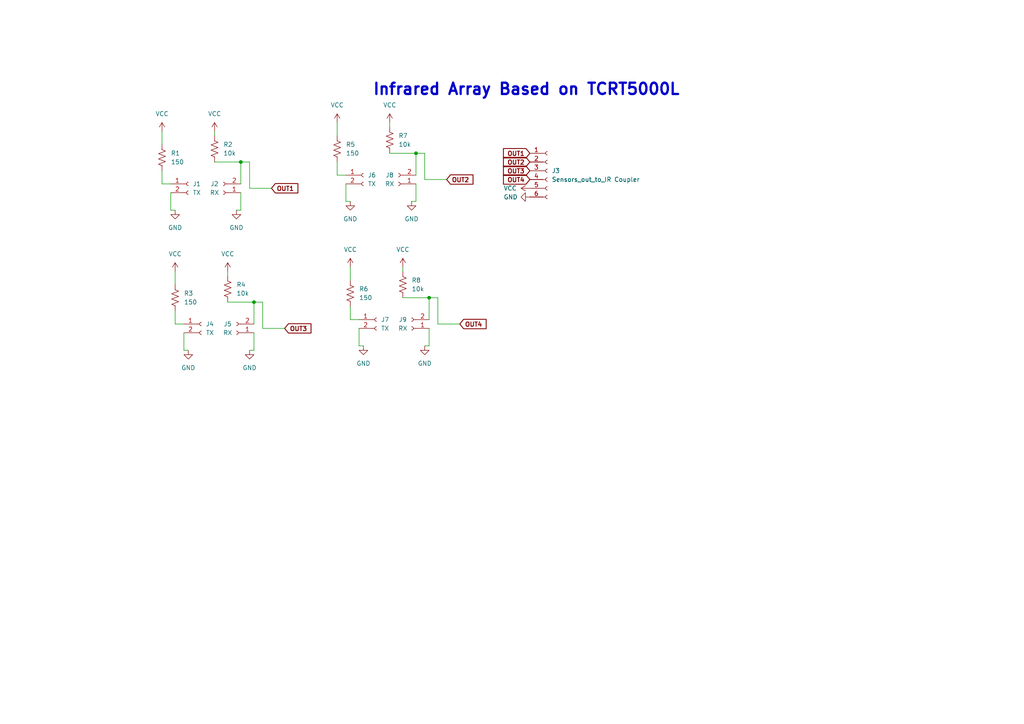
<source format=kicad_sch>
(kicad_sch (version 20211123) (generator eeschema)
  (paper "A4")
  (lib_symbols
    (symbol "Connector:Conn_01x02_Female" (pin_names (offset 1.016) hide)
      (property "Reference" "J" (at 0 2.54 0))
      (property "Value" "Conn_01x02_Female" (at 0 -5.08 0))
      (symbol "Conn_01x02_Female_1_1"
        (arc (start 0 -2.032) (mid -0.508 -2.54) (end 0 -3.048) (stroke (width 0.1524)))
        (polyline (pts (xy -1.27 -2.54) (xy -0.508 -2.54)) (stroke (width 0.1524)))
        (polyline (pts (xy -1.27 0) (xy -0.508 0)) (stroke (width 0.1524)))
        (arc (start 0 0.508) (mid -0.508 0) (end 0 -0.508) (stroke (width 0.1524)))
        (pin passive line (at -5.08 0 0) (length 3.81) (name "Pin_1") (number "1"))
        (pin passive line (at -5.08 -2.54 0) (length 3.81) (name "Pin_2") (number "2"))
      )
    )
    (symbol "Connector:Conn_01x06_Female" (pin_names (offset 1.016) hide)
      (property "Reference" "J" (at 0 7.62 0))
      (property "Value" "Conn_01x06_Female" (at 0 -10.16 0))
      (symbol "Conn_01x06_Female_1_1"
        (arc (start 0 -7.112) (mid -0.508 -7.62) (end 0 -8.128) (stroke (width 0.1524)))
        (arc (start 0 -4.572) (mid -0.508 -5.08) (end 0 -5.588) (stroke (width 0.1524)))
        (arc (start 0 -2.032) (mid -0.508 -2.54) (end 0 -3.048) (stroke (width 0.1524)))
        (polyline (pts (xy -1.27 -7.62) (xy -0.508 -7.62)) (stroke (width 0.1524)))
        (polyline (pts (xy -1.27 -5.08) (xy -0.508 -5.08)) (stroke (width 0.1524)))
        (polyline (pts (xy -1.27 -2.54) (xy -0.508 -2.54)) (stroke (width 0.1524)))
        (polyline (pts (xy -1.27 0) (xy -0.508 0)) (stroke (width 0.1524)))
        (polyline (pts (xy -1.27 2.54) (xy -0.508 2.54)) (stroke (width 0.1524)))
        (polyline (pts (xy -1.27 5.08) (xy -0.508 5.08)) (stroke (width 0.1524)))
        (arc (start 0 0.508) (mid -0.508 0) (end 0 -0.508) (stroke (width 0.1524)))
        (arc (start 0 3.048) (mid -0.508 2.54) (end 0 2.032) (stroke (width 0.1524)))
        (arc (start 0 5.588) (mid -0.508 5.08) (end 0 4.572) (stroke (width 0.1524)))
        (pin passive line (at -5.08 5.08 0) (length 3.81) (name "Pin_1") (number "1"))
        (pin passive line (at -5.08 2.54 0) (length 3.81) (name "Pin_2") (number "2"))
        (pin passive line (at -5.08 0 0) (length 3.81) (name "Pin_3") (number "3"))
        (pin passive line (at -5.08 -2.54 0) (length 3.81) (name "Pin_4") (number "4"))
        (pin passive line (at -5.08 -5.08 0) (length 3.81) (name "Pin_5") (number "5"))
        (pin passive line (at -5.08 -7.62 0) (length 3.81) (name "Pin_6") (number "6"))
      )
    )
    (symbol "Device:R_US" (pin_numbers hide) (pin_names (offset 0))
      (property "Reference" "R" (at 2.54 0 90))
      (property "Value" "R_US" (at -2.54 0 90))
      (symbol "R_US_0_1"
        (polyline (pts (xy 0 -2.286) (xy 0 -2.54)))
        (polyline (pts (xy 0 2.286) (xy 0 2.54)))
        (polyline (pts (xy 0 -0.762) (xy 1.016 -1.143) (xy 0 -1.524) (xy -1.016 -1.905) (xy 0 -2.286)))
        (polyline (pts (xy 0 0.762) (xy 1.016 0.381) (xy 0 0) (xy -1.016 -0.381) (xy 0 -0.762)))
        (polyline (pts (xy 0 2.286) (xy 1.016 1.905) (xy 0 1.524) (xy -1.016 1.143) (xy 0 0.762)))
      )
      (symbol "R_US_1_1"
        (pin passive line (at 0 3.81 270) (length 1.27) (name "~") (number "1"))
        (pin passive line (at 0 -3.81 90) (length 1.27) (name "~") (number "2"))
      )
    )
    (symbol "power:GND" (power) (pin_names (offset 0))
      (property "Value" "GND" (at 0 -3.81 0))
      (symbol "GND_0_1"
        (polyline (pts (xy 0 0) (xy 0 -1.27) (xy 1.27 -1.27) (xy 0 -2.54) (xy -1.27 -1.27) (xy 0 -1.27)))
      )
      (symbol "GND_1_1"
        (pin power_in line (at 0 0 270) (length 0) hide (name "GND") (number "1"))
      )
    )
    (symbol "power:VCC" (power) (pin_names (offset 0))
      (property "Value" "VCC" (at 0 3.81 0))
      (symbol "VCC_0_1"
        (polyline (pts (xy -0.762 1.27) (xy 0 2.54)))
        (polyline (pts (xy 0 0) (xy 0 2.54)))
        (polyline (pts (xy 0 2.54) (xy 0.762 1.27)))
      )
      (symbol "VCC_1_1"
        (pin power_in line (at 0 0 90) (length 0) hide (name "VCC") (number "1"))
      )
    )
  )
  (junction (at 120.65 44.45))
  (junction (at 124.46 86.36))
  (junction (at 73.66 87.63))
  (junction (at 69.85 46.99))
  (wire (pts (xy 50.8 90.17) (xy 50.8 93.98)))
  (wire (pts (xy 129.54 52.07) (xy 123.19 52.07)))
  (wire (pts (xy 127 93.98) (xy 127 86.36)))
  (wire (pts (xy 123.19 44.45) (xy 120.65 44.45)))
  (wire (pts (xy 69.85 55.88) (xy 69.85 60.96)))
  (wire (pts (xy 72.39 54.61) (xy 72.39 46.99)))
  (wire (pts (xy 49.53 55.88) (xy 49.53 60.96)))
  (wire (pts (xy 46.99 53.34) (xy 49.53 53.34)))
  (wire (pts (xy 72.39 46.99) (xy 69.85 46.99)))
  (wire (pts (xy 97.79 50.8) (xy 100.33 50.8)))
  (wire (pts (xy 116.84 77.47) (xy 116.84 78.74)))
  (wire (pts (xy 73.66 101.6) (xy 72.39 101.6)))
  (wire (pts (xy 62.23 46.99) (xy 69.85 46.99)))
  (wire (pts (xy 69.85 46.99) (xy 69.85 53.34)))
  (wire (pts (xy 104.14 100.33) (xy 105.41 100.33)))
  (wire (pts (xy 69.85 60.96) (xy 68.58 60.96)))
  (wire (pts (xy 46.99 38.1) (xy 46.99 41.91)))
  (wire (pts (xy 124.46 95.25) (xy 124.46 100.33)))
  (wire (pts (xy 53.34 96.52) (xy 53.34 101.6)))
  (wire (pts (xy 113.03 44.45) (xy 120.65 44.45)))
  (wire (pts (xy 120.65 58.42) (xy 119.38 58.42)))
  (wire (pts (xy 123.19 52.07) (xy 123.19 44.45)))
  (wire (pts (xy 124.46 86.36) (xy 124.46 92.71)))
  (wire (pts (xy 101.6 92.71) (xy 104.14 92.71)))
  (wire (pts (xy 120.65 44.45) (xy 120.65 50.8)))
  (wire (pts (xy 46.99 49.53) (xy 46.99 53.34)))
  (wire (pts (xy 73.66 87.63) (xy 73.66 93.98)))
  (wire (pts (xy 101.6 88.9) (xy 101.6 92.71)))
  (wire (pts (xy 100.33 53.34) (xy 100.33 58.42)))
  (wire (pts (xy 116.84 86.36) (xy 124.46 86.36)))
  (wire (pts (xy 50.8 78.74) (xy 50.8 82.55)))
  (wire (pts (xy 113.03 35.56) (xy 113.03 36.83)))
  (wire (pts (xy 49.53 60.96) (xy 50.8 60.96)))
  (wire (pts (xy 97.79 35.56) (xy 97.79 39.37)))
  (wire (pts (xy 66.04 87.63) (xy 73.66 87.63)))
  (wire (pts (xy 100.33 58.42) (xy 101.6 58.42)))
  (wire (pts (xy 62.23 38.1) (xy 62.23 39.37)))
  (wire (pts (xy 101.6 77.47) (xy 101.6 81.28)))
  (wire (pts (xy 97.79 46.99) (xy 97.79 50.8)))
  (wire (pts (xy 120.65 53.34) (xy 120.65 58.42)))
  (wire (pts (xy 78.74 54.61) (xy 72.39 54.61)))
  (wire (pts (xy 124.46 100.33) (xy 123.19 100.33)))
  (wire (pts (xy 127 86.36) (xy 124.46 86.36)))
  (wire (pts (xy 133.35 93.98) (xy 127 93.98)))
  (wire (pts (xy 82.55 95.25) (xy 76.2 95.25)))
  (wire (pts (xy 76.2 95.25) (xy 76.2 87.63)))
  (wire (pts (xy 66.04 78.74) (xy 66.04 80.01)))
  (wire (pts (xy 73.66 96.52) (xy 73.66 101.6)))
  (wire (pts (xy 50.8 93.98) (xy 53.34 93.98)))
  (wire (pts (xy 76.2 87.63) (xy 73.66 87.63)))
  (wire (pts (xy 53.34 101.6) (xy 54.61 101.6)))
  (wire (pts (xy 104.14 95.25) (xy 104.14 100.33)))
  (text "Infrared Array Based on TCRT5000L" (at 107.95 27.94 0) (effects (font (size 3.27 3.27) (thickness 0.654) bold) (justify left bottom)))
  (global_label "OUT2" (shape input) (at 153.67 46.99 180) (effects (font bold)) (property "Intersheet References" "${INTERSHEET_REFS}" (effects hide)))
  (global_label "OUT4" (shape input) (at 133.35 93.98 0) (effects (font bold)) (property "Intersheet References" "${INTERSHEET_REFS}" (effects hide)))
  (global_label "OUT3" (shape input) (at 82.55 95.25 0) (effects (font bold)) (property "Intersheet References" "${INTERSHEET_REFS}" (effects hide)))
  (global_label "OUT2" (shape input) (at 129.54 52.07 0) (effects (font bold)) (property "Intersheet References" "${INTERSHEET_REFS}" (effects hide)))
  (global_label "OUT1" (shape input) (at 78.74 54.61 0) (effects (font bold)) (property "Intersheet References" "${INTERSHEET_REFS}" (effects hide)))
  (global_label "OUT4" (shape input) (at 153.67 52.07 180) (effects (font bold)) (property "Intersheet References" "${INTERSHEET_REFS}" (effects hide)))
  (global_label "OUT1" (shape input) (at 153.67 44.45 180) (effects (font bold)) (property "Intersheet References" "${INTERSHEET_REFS}" (effects hide)))
  (global_label "OUT3" (shape input) (at 153.67 49.53 180) (effects (font bold)) (property "Intersheet References" "${INTERSHEET_REFS}" (effects hide)))
  (symbol (lib_id "power:GND") (at 123.19 100.33 0) (unit 1)
    (property "Reference" "#PWR0107" (effects hide))
    (property "Value" "GND" (at 123.19 105.41 0))
  )
  (symbol (lib_id "power:VCC") (at 66.04 78.74 0) (unit 1)
    (property "Reference" "#PWR0102" (effects hide))
    (property "Value" "VCC" (at 66.04 73.66 0))
  )
  (symbol (lib_id "power:GND") (at 72.39 101.6 0) (unit 1)
    (property "Reference" "#PWR0104" (effects hide))
    (property "Value" "GND" (at 72.39 106.68 0))
  )
  (symbol (lib_id "Connector:Conn_01x02_Female") (at 119.38 95.25 180) (unit 1)
    (property "Reference" "J9" (at 116.84 92.71 0))
    (property "Value" "RX" (at 116.84 95.25 0))
    (property "Footprint" "Connector_PinHeader_2.54mm:PinHeader_1x02_P2.54mm_Vertical" (effects hide))
  )
  (symbol (lib_id "Connector:Conn_01x06_Female") (at 158.75 49.53 0) (unit 1)
    (property "Reference" "J3" (at 160.02 49.5299 0) (effects (justify left)))
    (property "Value" "Sensors_out_to_IR Coupler" (at 160.02 52.0699 0) (effects (justify left)))
    (property "Footprint" "Connector_PinHeader_2.54mm:PinHeader_1x06_P2.54mm_Vertical" (effects hide))
  )
  (symbol (lib_id "power:VCC") (at 50.8 78.74 0) (unit 1)
    (property "Reference" "#PWR0101" (effects hide))
    (property "Value" "VCC" (at 50.8 73.66 0))
  )
  (symbol (lib_id "power:VCC") (at 101.6 77.47 0) (unit 1)
    (property "Reference" "#PWR0108" (effects hide))
    (property "Value" "VCC" (at 101.6 72.39 0))
  )
  (symbol (lib_id "Device:R_US") (at 101.6 85.09 0) (unit 1)
    (property "Reference" "R6" (at 104.14 83.8199 0) (effects (justify left)))
    (property "Value" "150" (at 104.14 86.3599 0) (effects (justify left)))
    (property "Footprint" "Resistor_THT:R_Axial_DIN0207_L6.3mm_D2.5mm_P10.16mm_Horizontal" (effects hide))
  )
  (symbol (lib_id "power:GND") (at 50.8 60.96 0) (unit 1)
    (property "Reference" "#PWR02" (effects hide))
    (property "Value" "GND" (at 50.8 66.04 0))
  )
  (symbol (lib_id "Device:R_US") (at 116.84 82.55 0) (unit 1)
    (property "Reference" "R8" (at 119.38 81.2799 0) (effects (justify left)))
    (property "Value" "10k" (at 119.38 83.8199 0) (effects (justify left)))
    (property "Footprint" "Resistor_THT:R_Axial_DIN0207_L6.3mm_D2.5mm_P10.16mm_Horizontal" (effects hide))
  )
  (symbol (lib_id "Connector:Conn_01x02_Female") (at 58.42 93.98 0) (unit 1)
    (property "Reference" "J4" (at 59.69 93.9799 0) (effects (justify left)))
    (property "Value" "TX" (at 59.69 96.5199 0) (effects (justify left)))
    (property "Footprint" "Connector_PinHeader_2.54mm:PinHeader_1x02_P2.54mm_Vertical" (effects hide))
  )
  (symbol (lib_id "Connector:Conn_01x02_Female") (at 115.57 53.34 180) (unit 1)
    (property "Reference" "J8" (at 113.03 50.8 0))
    (property "Value" "RX" (at 113.03 53.34 0))
    (property "Footprint" "Connector_PinHeader_2.54mm:PinHeader_1x02_P2.54mm_Vertical" (effects hide))
  )
  (symbol (lib_id "power:VCC") (at 113.03 35.56 0) (unit 1)
    (property "Reference" "#PWR0111" (effects hide))
    (property "Value" "VCC" (at 113.03 30.48 0))
  )
  (symbol (lib_id "Device:R_US") (at 62.23 43.18 0) (unit 1)
    (property "Reference" "R2" (at 64.77 41.9099 0) (effects (justify left)))
    (property "Value" "10k" (at 64.77 44.4499 0) (effects (justify left)))
    (property "Footprint" "Resistor_THT:R_Axial_DIN0207_L6.3mm_D2.5mm_P10.16mm_Horizontal" (effects hide))
  )
  (symbol (lib_id "Connector:Conn_01x02_Female") (at 105.41 50.8 0) (unit 1)
    (property "Reference" "J6" (at 106.68 50.7999 0) (effects (justify left)))
    (property "Value" "TX" (at 106.68 53.3399 0) (effects (justify left)))
    (property "Footprint" "Connector_PinHeader_2.54mm:PinHeader_1x02_P2.54mm_Vertical" (effects hide))
  )
  (symbol (lib_id "Device:R_US") (at 97.79 43.18 0) (unit 1)
    (property "Reference" "R5" (at 100.33 41.9099 0) (effects (justify left)))
    (property "Value" "150" (at 100.33 44.4499 0) (effects (justify left)))
    (property "Footprint" "Resistor_THT:R_Axial_DIN0207_L6.3mm_D2.5mm_P10.16mm_Horizontal" (effects hide))
  )
  (symbol (lib_id "power:VCC") (at 97.79 35.56 0) (unit 1)
    (property "Reference" "#PWR0109" (effects hide))
    (property "Value" "VCC" (at 97.79 30.48 0))
  )
  (symbol (lib_id "Connector:Conn_01x02_Female") (at 54.61 53.34 0) (unit 1)
    (property "Reference" "J1" (at 55.88 53.3399 0) (effects (justify left)))
    (property "Value" "TX" (at 55.88 55.8799 0) (effects (justify left)))
    (property "Footprint" "Connector_PinHeader_2.54mm:PinHeader_1x02_P2.54mm_Vertical" (effects hide))
  )
  (symbol (lib_id "power:VCC") (at 153.67 54.61 90) (unit 1)
    (property "Reference" "#PWR05" (effects hide))
    (property "Value" "VCC" (at 146.05 54.61 90) (effects (justify right)))
  )
  (symbol (lib_id "power:GND") (at 119.38 58.42 0) (unit 1)
    (property "Reference" "#PWR0110" (effects hide))
    (property "Value" "GND" (at 119.38 63.5 0))
  )
  (symbol (lib_id "Device:R_US") (at 50.8 86.36 0) (unit 1)
    (property "Reference" "R3" (at 53.34 85.0899 0) (effects (justify left)))
    (property "Value" "150" (at 53.34 87.6299 0) (effects (justify left)))
    (property "Footprint" "Resistor_THT:R_Axial_DIN0207_L6.3mm_D2.5mm_P10.16mm_Horizontal" (effects hide))
  )
  (symbol (lib_id "Connector:Conn_01x02_Female") (at 64.77 55.88 180) (unit 1)
    (property "Reference" "J2" (at 62.23 53.34 0))
    (property "Value" "RX" (at 62.23 55.88 0))
    (property "Footprint" "Connector_PinHeader_2.54mm:PinHeader_1x02_P2.54mm_Vertical" (effects hide))
  )
  (symbol (lib_id "Device:R_US") (at 66.04 83.82 0) (unit 1)
    (property "Reference" "R4" (at 68.58 82.5499 0) (effects (justify left)))
    (property "Value" "10k" (at 68.58 85.0899 0) (effects (justify left)))
    (property "Footprint" "Resistor_THT:R_Axial_DIN0207_L6.3mm_D2.5mm_P10.16mm_Horizontal" (effects hide))
  )
  (symbol (lib_id "power:GND") (at 101.6 58.42 0) (unit 1)
    (property "Reference" "#PWR0112" (effects hide))
    (property "Value" "GND" (at 101.6 63.5 0))
  )
  (symbol (lib_id "power:GND") (at 105.41 100.33 0) (unit 1)
    (property "Reference" "#PWR0106" (effects hide))
    (property "Value" "GND" (at 105.41 105.41 0))
  )
  (symbol (lib_id "power:VCC") (at 46.99 38.1 0) (unit 1)
    (property "Reference" "#PWR01" (effects hide))
    (property "Value" "VCC" (at 46.99 33.02 0))
  )
  (symbol (lib_id "power:GND") (at 153.67 57.15 270) (unit 1)
    (property "Reference" "#PWR06" (effects hide))
    (property "Value" "GND" (at 146.05 57.15 90) (effects (justify left)))
  )
  (symbol (lib_id "Device:R_US") (at 113.03 40.64 0) (unit 1)
    (property "Reference" "R7" (at 115.57 39.3699 0) (effects (justify left)))
    (property "Value" "10k" (at 115.57 41.9099 0) (effects (justify left)))
    (property "Footprint" "Resistor_THT:R_Axial_DIN0207_L6.3mm_D2.5mm_P10.16mm_Horizontal" (effects hide))
  )
  (symbol (lib_id "Connector:Conn_01x02_Female") (at 68.58 96.52 180) (unit 1)
    (property "Reference" "J5" (at 66.04 93.98 0))
    (property "Value" "RX" (at 66.04 96.52 0))
    (property "Footprint" "Connector_PinHeader_2.54mm:PinHeader_1x02_P2.54mm_Vertical" (effects hide))
  )
  (symbol (lib_id "power:GND") (at 68.58 60.96 0) (unit 1)
    (property "Reference" "#PWR04" (effects hide))
    (property "Value" "GND" (at 68.58 66.04 0))
  )
  (symbol (lib_id "Device:R_US") (at 46.99 45.72 0) (unit 1)
    (property "Reference" "R1" (at 49.53 44.4499 0) (effects (justify left)))
    (property "Value" "150" (at 49.53 46.9899 0) (effects (justify left)))
    (property "Footprint" "Resistor_THT:R_Axial_DIN0207_L6.3mm_D2.5mm_P10.16mm_Horizontal" (effects hide))
  )
  (symbol (lib_id "power:VCC") (at 62.23 38.1 0) (unit 1)
    (property "Reference" "#PWR03" (effects hide))
    (property "Value" "VCC" (at 62.23 33.02 0))
  )
  (symbol (lib_id "Connector:Conn_01x02_Female") (at 109.22 92.71 0) (unit 1)
    (property "Reference" "J7" (at 110.49 92.7099 0) (effects (justify left)))
    (property "Value" "TX" (at 110.49 95.2499 0) (effects (justify left)))
    (property "Footprint" "Connector_PinHeader_2.54mm:PinHeader_1x02_P2.54mm_Vertical" (effects hide))
  )
  (symbol (lib_id "power:GND") (at 54.61 101.6 0) (unit 1)
    (property "Reference" "#PWR0103" (effects hide))
    (property "Value" "GND" (at 54.61 106.68 0))
  )
  (symbol (lib_id "power:VCC") (at 116.84 77.47 0) (unit 1)
    (property "Reference" "#PWR0105" (effects hide))
    (property "Value" "VCC" (at 116.84 72.39 0))
  )
)
</source>
